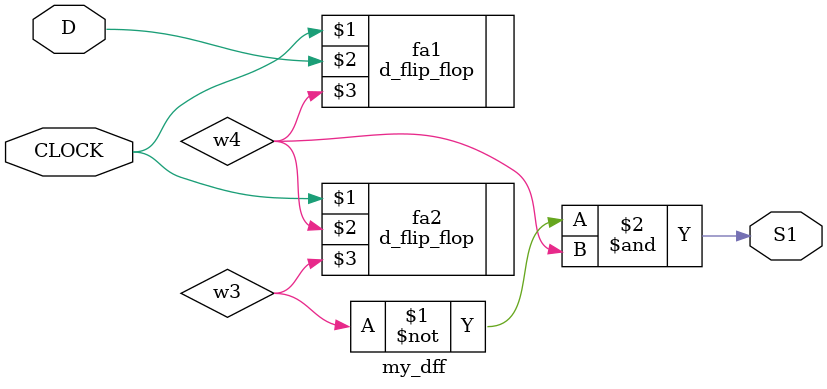
<source format=v>
`timescale 1ns / 1ps


module my_dff(
input CLOCK,                     //D is push button
input D,
output S1);

wire w3,w4;


d_flip_flop fa1( CLOCK, D, w4);
d_flip_flop fa2( CLOCK, w4 ,w3);
and(S1 ,~w3, w4);

endmodule
</source>
